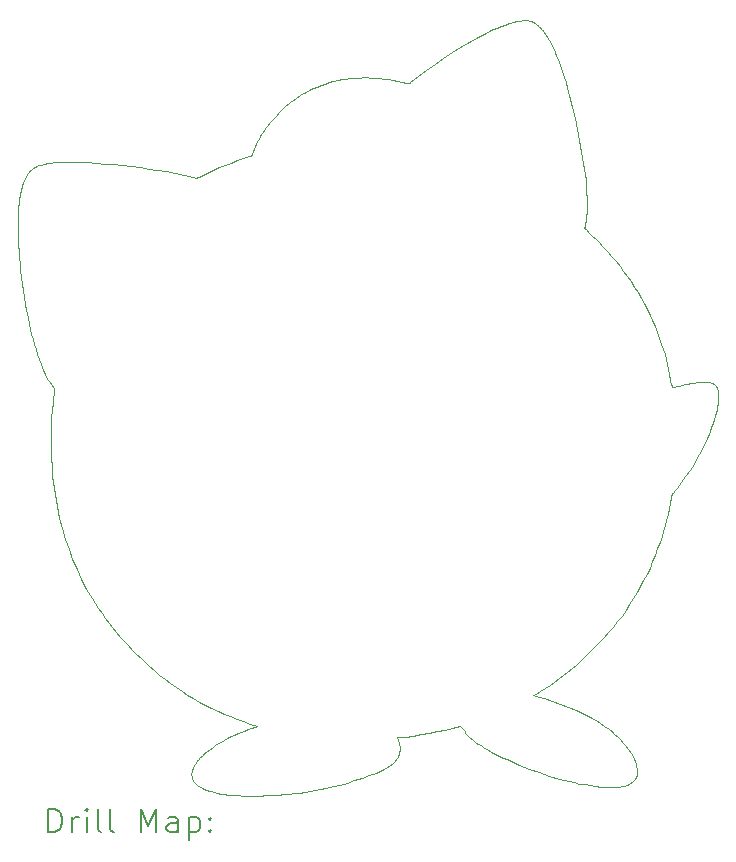
<source format=gbr>
%TF.GenerationSoftware,KiCad,Pcbnew,8.99.0-3458-gcd40f6046b*%
%TF.CreationDate,2025-06-29T19:21:04+05:30*%
%TF.ProjectId,solder,736f6c64-6572-42e6-9b69-6361645f7063,rev?*%
%TF.SameCoordinates,Original*%
%TF.FileFunction,Drillmap*%
%TF.FilePolarity,Positive*%
%FSLAX45Y45*%
G04 Gerber Fmt 4.5, Leading zero omitted, Abs format (unit mm)*
G04 Created by KiCad (PCBNEW 8.99.0-3458-gcd40f6046b) date 2025-06-29 19:21:04*
%MOMM*%
%LPD*%
G01*
G04 APERTURE LIST*
%ADD10C,0.000000*%
%ADD11C,0.200000*%
G04 APERTURE END LIST*
D10*
X21716013Y-5416979D02*
X21722893Y-5417251D01*
X21729686Y-5417791D01*
X21736391Y-5418604D01*
X21743009Y-5419694D01*
X21749541Y-5421066D01*
X21755987Y-5422723D01*
X21762347Y-5424670D01*
X21768621Y-5426911D01*
X21774811Y-5429451D01*
X21780916Y-5432292D01*
X21786937Y-5435440D01*
X21792875Y-5438899D01*
X21798729Y-5442673D01*
X21804500Y-5446766D01*
X21810378Y-5451246D01*
X21816106Y-5455862D01*
X21821688Y-5460610D01*
X21827130Y-5465485D01*
X21832438Y-5470482D01*
X21837616Y-5475596D01*
X21842671Y-5480823D01*
X21847607Y-5486157D01*
X21852431Y-5491595D01*
X21857147Y-5497131D01*
X21861761Y-5502761D01*
X21866278Y-5508479D01*
X21875045Y-5520164D01*
X21883491Y-5532147D01*
X21891802Y-5544532D01*
X21899830Y-5557063D01*
X21915091Y-5582531D01*
X21929378Y-5608496D01*
X21942793Y-5634903D01*
X21955439Y-5661696D01*
X21967421Y-5688820D01*
X21978840Y-5716220D01*
X21989801Y-5743840D01*
X22008385Y-5793415D01*
X22025803Y-5843353D01*
X22042167Y-5893619D01*
X22057587Y-5944177D01*
X22072173Y-5994992D01*
X22086037Y-6046026D01*
X22112038Y-6148613D01*
X22134269Y-6243175D01*
X22154937Y-6338092D01*
X22173973Y-6433375D01*
X22191307Y-6529031D01*
X22207009Y-6625912D01*
X22213999Y-6674465D01*
X22220246Y-6723106D01*
X22225625Y-6771842D01*
X22230010Y-6820682D01*
X22233275Y-6869634D01*
X22235294Y-6918709D01*
X22235996Y-6949856D01*
X22236238Y-6980984D01*
X22235828Y-7012075D01*
X22234576Y-7043111D01*
X22232292Y-7074073D01*
X22230702Y-7089521D01*
X22228783Y-7104943D01*
X22226510Y-7120338D01*
X22223859Y-7135702D01*
X22220807Y-7151035D01*
X22217329Y-7166332D01*
X22217102Y-7167357D01*
X22216921Y-7168348D01*
X22216786Y-7169307D01*
X22216695Y-7170235D01*
X22216647Y-7171134D01*
X22216642Y-7172004D01*
X22216676Y-7172847D01*
X22216751Y-7173664D01*
X22216863Y-7174457D01*
X22217011Y-7175226D01*
X22217196Y-7175973D01*
X22217414Y-7176700D01*
X22217665Y-7177407D01*
X22217948Y-7178096D01*
X22218261Y-7178768D01*
X22218603Y-7179424D01*
X22218972Y-7180066D01*
X22219368Y-7180695D01*
X22219789Y-7181312D01*
X22220234Y-7181919D01*
X22221190Y-7183105D01*
X22222226Y-7184264D01*
X22223331Y-7185407D01*
X22224495Y-7186543D01*
X22226960Y-7188835D01*
X22255717Y-7215289D01*
X22284056Y-7242149D01*
X22311971Y-7269421D01*
X22339451Y-7297113D01*
X22366488Y-7325229D01*
X22393074Y-7353778D01*
X22419200Y-7382765D01*
X22444857Y-7412196D01*
X22479957Y-7454101D01*
X22513927Y-7496646D01*
X22546762Y-7539833D01*
X22578458Y-7583666D01*
X22609010Y-7628146D01*
X22638415Y-7673276D01*
X22666668Y-7719057D01*
X22693766Y-7765493D01*
X22719703Y-7812585D01*
X22744476Y-7860336D01*
X22768081Y-7908749D01*
X22790513Y-7957825D01*
X22811767Y-8007566D01*
X22831841Y-8057976D01*
X22850730Y-8109056D01*
X22868429Y-8160809D01*
X22881769Y-8202823D01*
X22894289Y-8245038D01*
X22905992Y-8287452D01*
X22916884Y-8330066D01*
X22926968Y-8372879D01*
X22936250Y-8415892D01*
X22944732Y-8459105D01*
X22952421Y-8502518D01*
X22953082Y-8506268D01*
X22953441Y-8508144D01*
X22953821Y-8510019D01*
X22954223Y-8511894D01*
X22954648Y-8513769D01*
X22955096Y-8515645D01*
X22955570Y-8517520D01*
X22955698Y-8517733D01*
X22955841Y-8517954D01*
X22956164Y-8518424D01*
X22956924Y-8519476D01*
X22957341Y-8520060D01*
X22957770Y-8520684D01*
X22958202Y-8521350D01*
X22958415Y-8521698D01*
X22958625Y-8522057D01*
X23014859Y-8510019D01*
X23042907Y-8504060D01*
X23070954Y-8498258D01*
X23089759Y-8494582D01*
X23108604Y-8491164D01*
X23127491Y-8488060D01*
X23146427Y-8485328D01*
X23165414Y-8483026D01*
X23184458Y-8481212D01*
X23203563Y-8479942D01*
X23222732Y-8479274D01*
X23229859Y-8479256D01*
X23236999Y-8479461D01*
X23244148Y-8479859D01*
X23251301Y-8480420D01*
X23258454Y-8481116D01*
X23265602Y-8481918D01*
X23279870Y-8483719D01*
X23282682Y-8484145D01*
X23285426Y-8484659D01*
X23288101Y-8485260D01*
X23290708Y-8485945D01*
X23293248Y-8486715D01*
X23295722Y-8487566D01*
X23298130Y-8488500D01*
X23300474Y-8489513D01*
X23302753Y-8490604D01*
X23304969Y-8491774D01*
X23307123Y-8493019D01*
X23309215Y-8494339D01*
X23311246Y-8495733D01*
X23313217Y-8497198D01*
X23316980Y-8500342D01*
X23320511Y-8503758D01*
X23323816Y-8507438D01*
X23326901Y-8511371D01*
X23329771Y-8515546D01*
X23332433Y-8519954D01*
X23334893Y-8524583D01*
X23337156Y-8529424D01*
X23339229Y-8534466D01*
X23341356Y-8540316D01*
X23343232Y-8546197D01*
X23344866Y-8552107D01*
X23346271Y-8558044D01*
X23347455Y-8564007D01*
X23348430Y-8569993D01*
X23349207Y-8576002D01*
X23349797Y-8582030D01*
X23350209Y-8588077D01*
X23350456Y-8594141D01*
X23350547Y-8600219D01*
X23350493Y-8606311D01*
X23349994Y-8618527D01*
X23349044Y-8630775D01*
X23347201Y-8647816D01*
X23344916Y-8664741D01*
X23342211Y-8681553D01*
X23339108Y-8698258D01*
X23335631Y-8714864D01*
X23331801Y-8731375D01*
X23323173Y-8764136D01*
X23313404Y-8796590D01*
X23302672Y-8828781D01*
X23291156Y-8860758D01*
X23279036Y-8892567D01*
X23267342Y-8921711D01*
X23255118Y-8950564D01*
X23242376Y-8979133D01*
X23229131Y-9007423D01*
X23201178Y-9063195D01*
X23171360Y-9117931D01*
X23139781Y-9171681D01*
X23106540Y-9224496D01*
X23071742Y-9276428D01*
X23035487Y-9327528D01*
X23017820Y-9351388D01*
X22999857Y-9375057D01*
X22981652Y-9398553D01*
X22963256Y-9421892D01*
X22961821Y-9423758D01*
X22960466Y-9425640D01*
X22959191Y-9427541D01*
X22957993Y-9429461D01*
X22956870Y-9431402D01*
X22955821Y-9433366D01*
X22954844Y-9435355D01*
X22953937Y-9437368D01*
X22953099Y-9439409D01*
X22952326Y-9441479D01*
X22951619Y-9443579D01*
X22950975Y-9445710D01*
X22950392Y-9447874D01*
X22949869Y-9450073D01*
X22949404Y-9452308D01*
X22948994Y-9454581D01*
X22940560Y-9502730D01*
X22931164Y-9550636D01*
X22920806Y-9598302D01*
X22909487Y-9645728D01*
X22897209Y-9692915D01*
X22883973Y-9739864D01*
X22869780Y-9786577D01*
X22854630Y-9833055D01*
X22834866Y-9889392D01*
X22813774Y-9944954D01*
X22791356Y-9999740D01*
X22767616Y-10053753D01*
X22742555Y-10106994D01*
X22716177Y-10159463D01*
X22688484Y-10211161D01*
X22659479Y-10262090D01*
X22629164Y-10312250D01*
X22597541Y-10361644D01*
X22564614Y-10410271D01*
X22530385Y-10458133D01*
X22494856Y-10505231D01*
X22458030Y-10551566D01*
X22419910Y-10597139D01*
X22380498Y-10641952D01*
X22348502Y-10676818D01*
X22315957Y-10711025D01*
X22282863Y-10744570D01*
X22249218Y-10777452D01*
X22215022Y-10809669D01*
X22180273Y-10841218D01*
X22144969Y-10872099D01*
X22109110Y-10902308D01*
X22072694Y-10931845D01*
X22035720Y-10960707D01*
X21998187Y-10988893D01*
X21960094Y-11016400D01*
X21921439Y-11043226D01*
X21882221Y-11069370D01*
X21842439Y-11094830D01*
X21802092Y-11119604D01*
X21800085Y-11120839D01*
X21798071Y-11122120D01*
X21793885Y-11124871D01*
X21789265Y-11127952D01*
X21783942Y-11131457D01*
X21786673Y-11132338D01*
X21789194Y-11133175D01*
X21793734Y-11134710D01*
X21795819Y-11135407D01*
X21797824Y-11136054D01*
X21799780Y-11136652D01*
X21801722Y-11137199D01*
X21872653Y-11156749D01*
X21942571Y-11178739D01*
X22011463Y-11203189D01*
X22079314Y-11230116D01*
X22146111Y-11259538D01*
X22211838Y-11291476D01*
X22276482Y-11325946D01*
X22340030Y-11362968D01*
X22358463Y-11374462D01*
X22376567Y-11386339D01*
X22394335Y-11398604D01*
X22411762Y-11411261D01*
X22428840Y-11424312D01*
X22445565Y-11437762D01*
X22461930Y-11451615D01*
X22477929Y-11465874D01*
X22493555Y-11480543D01*
X22508803Y-11495627D01*
X22523667Y-11511128D01*
X22538140Y-11527051D01*
X22552217Y-11543399D01*
X22565891Y-11560176D01*
X22579156Y-11577387D01*
X22592006Y-11595034D01*
X22603838Y-11612348D01*
X22609489Y-11621134D01*
X22614939Y-11630013D01*
X22620174Y-11638992D01*
X22625177Y-11648076D01*
X22629930Y-11657271D01*
X22634418Y-11666582D01*
X22638624Y-11676016D01*
X22642531Y-11685579D01*
X22646122Y-11695276D01*
X22649382Y-11705113D01*
X22652294Y-11715096D01*
X22654841Y-11725230D01*
X22657006Y-11735523D01*
X22658773Y-11745979D01*
X22659688Y-11753056D01*
X22660359Y-11760182D01*
X22660805Y-11767342D01*
X22661042Y-11774524D01*
X22661088Y-11781714D01*
X22660961Y-11788901D01*
X22660677Y-11796070D01*
X22660254Y-11803208D01*
X22659923Y-11806626D01*
X22659387Y-11809969D01*
X22658655Y-11813240D01*
X22657740Y-11816440D01*
X22656649Y-11819572D01*
X22655394Y-11822636D01*
X22653984Y-11825635D01*
X22652429Y-11828570D01*
X22650740Y-11831443D01*
X22648927Y-11834257D01*
X22646999Y-11837012D01*
X22644966Y-11839710D01*
X22642839Y-11842354D01*
X22640628Y-11844944D01*
X22638342Y-11847483D01*
X22635992Y-11849973D01*
X22630466Y-11855433D01*
X22624794Y-11860598D01*
X22618975Y-11865472D01*
X22613010Y-11870055D01*
X22606901Y-11874352D01*
X22600648Y-11878364D01*
X22594251Y-11882094D01*
X22587711Y-11885545D01*
X22581029Y-11888719D01*
X22574206Y-11891619D01*
X22567241Y-11894247D01*
X22560137Y-11896607D01*
X22552893Y-11898700D01*
X22545510Y-11900529D01*
X22537990Y-11902097D01*
X22530331Y-11903406D01*
X22508137Y-11906323D01*
X22485936Y-11908375D01*
X22463731Y-11909614D01*
X22441524Y-11910097D01*
X22419316Y-11909875D01*
X22397111Y-11909005D01*
X22374911Y-11907541D01*
X22352717Y-11905535D01*
X22307682Y-11900455D01*
X22262899Y-11894398D01*
X22218363Y-11887389D01*
X22174069Y-11879450D01*
X22130012Y-11870606D01*
X22086189Y-11860881D01*
X21999223Y-11838883D01*
X21913134Y-11813647D01*
X21827885Y-11785364D01*
X21743439Y-11754225D01*
X21659759Y-11720420D01*
X21591198Y-11691002D01*
X21557097Y-11675810D01*
X21523192Y-11660169D01*
X21489538Y-11643986D01*
X21456192Y-11627166D01*
X21423212Y-11609614D01*
X21390652Y-11591237D01*
X21367976Y-11577753D01*
X21345630Y-11563774D01*
X21323695Y-11549214D01*
X21312906Y-11541688D01*
X21302250Y-11533985D01*
X21291735Y-11526092D01*
X21281373Y-11518000D01*
X21271172Y-11509698D01*
X21261143Y-11501174D01*
X21251296Y-11492418D01*
X21241641Y-11483418D01*
X21232188Y-11474165D01*
X21222945Y-11464647D01*
X21215401Y-11456389D01*
X21208061Y-11447874D01*
X21200845Y-11439117D01*
X21193671Y-11430129D01*
X21179125Y-11411516D01*
X21171590Y-11401916D01*
X21163772Y-11392138D01*
X21098679Y-11409252D01*
X21033027Y-11424904D01*
X20966857Y-11439109D01*
X20900208Y-11451880D01*
X20833121Y-11463231D01*
X20765636Y-11473177D01*
X20697792Y-11481732D01*
X20629631Y-11488910D01*
X20632100Y-11495822D01*
X20634611Y-11502554D01*
X20639539Y-11515626D01*
X20641848Y-11522039D01*
X20643982Y-11528419D01*
X20645885Y-11534804D01*
X20646733Y-11538010D01*
X20647503Y-11541231D01*
X20649995Y-11554052D01*
X20650909Y-11560350D01*
X20651606Y-11566575D01*
X20652084Y-11572726D01*
X20652347Y-11578804D01*
X20652394Y-11584808D01*
X20652228Y-11590739D01*
X20651849Y-11596598D01*
X20651258Y-11602384D01*
X20650458Y-11608098D01*
X20649449Y-11613740D01*
X20648232Y-11619310D01*
X20646809Y-11624809D01*
X20645180Y-11630237D01*
X20643348Y-11635594D01*
X20641313Y-11640881D01*
X20639077Y-11646097D01*
X20636640Y-11651244D01*
X20634004Y-11656320D01*
X20631171Y-11661328D01*
X20628142Y-11666266D01*
X20621498Y-11675935D01*
X20614083Y-11685331D01*
X20605907Y-11694456D01*
X20596979Y-11703312D01*
X20587311Y-11711900D01*
X20582659Y-11715736D01*
X20577941Y-11719465D01*
X20573160Y-11723091D01*
X20568317Y-11726616D01*
X20558451Y-11733371D01*
X20548359Y-11739751D01*
X20538054Y-11745775D01*
X20527551Y-11751463D01*
X20516863Y-11756833D01*
X20506004Y-11761906D01*
X20447662Y-11787194D01*
X20388767Y-11810783D01*
X20329335Y-11832711D01*
X20269377Y-11853018D01*
X20208908Y-11871739D01*
X20147939Y-11888915D01*
X20086483Y-11904581D01*
X20024555Y-11918778D01*
X19980462Y-11927958D01*
X19936250Y-11936397D01*
X19891923Y-11944092D01*
X19847484Y-11951039D01*
X19802937Y-11957235D01*
X19758285Y-11962677D01*
X19713530Y-11967361D01*
X19668677Y-11971284D01*
X19618069Y-11974906D01*
X19567392Y-11977755D01*
X19516679Y-11979892D01*
X19465967Y-11981378D01*
X19420517Y-11982028D01*
X19375041Y-11981923D01*
X19329583Y-11981105D01*
X19284185Y-11979619D01*
X19254766Y-11978146D01*
X19225416Y-11976036D01*
X19196153Y-11973205D01*
X19166994Y-11969571D01*
X19137957Y-11965052D01*
X19109059Y-11959564D01*
X19080317Y-11953026D01*
X19051748Y-11945355D01*
X19037534Y-11940987D01*
X19023511Y-11936197D01*
X19009691Y-11930954D01*
X18996082Y-11925225D01*
X18989360Y-11922169D01*
X18982694Y-11918980D01*
X18976086Y-11915654D01*
X18969538Y-11912187D01*
X18963049Y-11908575D01*
X18956622Y-11904814D01*
X18950258Y-11900901D01*
X18943957Y-11896831D01*
X18938502Y-11893039D01*
X18933352Y-11889119D01*
X18928503Y-11885074D01*
X18923951Y-11880911D01*
X18919694Y-11876637D01*
X18915727Y-11872256D01*
X18912046Y-11867776D01*
X18908649Y-11863201D01*
X18905532Y-11858538D01*
X18902690Y-11853793D01*
X18900122Y-11848972D01*
X18897822Y-11844080D01*
X18895788Y-11839124D01*
X18894015Y-11834109D01*
X18892501Y-11829042D01*
X18891242Y-11823928D01*
X18890234Y-11818774D01*
X18889474Y-11813584D01*
X18888958Y-11808366D01*
X18888682Y-11803125D01*
X18888644Y-11797867D01*
X18888838Y-11792598D01*
X18889914Y-11782051D01*
X18891881Y-11771531D01*
X18894710Y-11761085D01*
X18898372Y-11750762D01*
X18902841Y-11740608D01*
X18906731Y-11732892D01*
X18910856Y-11725368D01*
X18915207Y-11718024D01*
X18919770Y-11710853D01*
X18924536Y-11703844D01*
X18929491Y-11696989D01*
X18934626Y-11690278D01*
X18939929Y-11683702D01*
X18945388Y-11677252D01*
X18950992Y-11670919D01*
X18956729Y-11664693D01*
X18962588Y-11658566D01*
X18974627Y-11646569D01*
X18987018Y-11634854D01*
X18998717Y-11624252D01*
X19010611Y-11613936D01*
X19022694Y-11603899D01*
X19034961Y-11594129D01*
X19047405Y-11584620D01*
X19060019Y-11575362D01*
X19085734Y-11557564D01*
X19112057Y-11540664D01*
X19138938Y-11524592D01*
X19166327Y-11509278D01*
X19194174Y-11494651D01*
X19222317Y-11480746D01*
X19250756Y-11467554D01*
X19279476Y-11455041D01*
X19308459Y-11443175D01*
X19337689Y-11431920D01*
X19367151Y-11421243D01*
X19396827Y-11411112D01*
X19426703Y-11401491D01*
X19429094Y-11400743D01*
X19431472Y-11399931D01*
X19432655Y-11399490D01*
X19433832Y-11399020D01*
X19435005Y-11398515D01*
X19436171Y-11397972D01*
X19437331Y-11397385D01*
X19438484Y-11396751D01*
X19439630Y-11396063D01*
X19440767Y-11395319D01*
X19441895Y-11394512D01*
X19443015Y-11393639D01*
X19444124Y-11392695D01*
X19445223Y-11391675D01*
X19384012Y-11372136D01*
X19327897Y-11353394D01*
X19272481Y-11333388D01*
X19217766Y-11312118D01*
X19163753Y-11289582D01*
X19110444Y-11265779D01*
X19057839Y-11240710D01*
X19005939Y-11214372D01*
X18954746Y-11186765D01*
X18904260Y-11157889D01*
X18854483Y-11127742D01*
X18805415Y-11096324D01*
X18757059Y-11063634D01*
X18709414Y-11029670D01*
X18662483Y-10994433D01*
X18616265Y-10957922D01*
X18570762Y-10920135D01*
X18532348Y-10886817D01*
X18494656Y-10852875D01*
X18457691Y-10818304D01*
X18421461Y-10783098D01*
X18385974Y-10747252D01*
X18351236Y-10710760D01*
X18317255Y-10673616D01*
X18284037Y-10635817D01*
X18251589Y-10597355D01*
X18219919Y-10558226D01*
X18189034Y-10518424D01*
X18158940Y-10477944D01*
X18129645Y-10436780D01*
X18101156Y-10394927D01*
X18073479Y-10352380D01*
X18046623Y-10309133D01*
X18000189Y-10228968D01*
X17957201Y-10147394D01*
X17917631Y-10064421D01*
X17881452Y-9980064D01*
X17848637Y-9894335D01*
X17819160Y-9807247D01*
X17792992Y-9718814D01*
X17770107Y-9629048D01*
X17758838Y-9579006D01*
X17748526Y-9528821D01*
X17739196Y-9478488D01*
X17730877Y-9428004D01*
X17723596Y-9377363D01*
X17717379Y-9326562D01*
X17712254Y-9275596D01*
X17708247Y-9224460D01*
X17705455Y-9178605D01*
X17703131Y-9132724D01*
X17701189Y-9086826D01*
X17699542Y-9040918D01*
X17698556Y-8999737D01*
X17698333Y-8958567D01*
X17698813Y-8917410D01*
X17699936Y-8876268D01*
X17701641Y-8835144D01*
X17703866Y-8794039D01*
X17709636Y-8711896D01*
X17711322Y-8692353D01*
X17713223Y-8672826D01*
X17717496Y-8633807D01*
X17726676Y-8555858D01*
X17727003Y-8552478D01*
X17727115Y-8550829D01*
X17727180Y-8549203D01*
X17727192Y-8547601D01*
X17727143Y-8546018D01*
X17727023Y-8544453D01*
X17726826Y-8542905D01*
X17726543Y-8541371D01*
X17726166Y-8539848D01*
X17725688Y-8538336D01*
X17725100Y-8536832D01*
X17724394Y-8535334D01*
X17723562Y-8533840D01*
X17722597Y-8532347D01*
X17721490Y-8530855D01*
X17712687Y-8519352D01*
X17704223Y-8507664D01*
X17696082Y-8495801D01*
X17688249Y-8483770D01*
X17680708Y-8471580D01*
X17673445Y-8459239D01*
X17659688Y-8434141D01*
X17646856Y-8408544D01*
X17634825Y-8382516D01*
X17623474Y-8356125D01*
X17612680Y-8329440D01*
X17596861Y-8287479D01*
X17582255Y-8245168D01*
X17568753Y-8202540D01*
X17556249Y-8159628D01*
X17544635Y-8116464D01*
X17533803Y-8073080D01*
X17523646Y-8029511D01*
X17514056Y-7985787D01*
X17502470Y-7929492D01*
X17491707Y-7873061D01*
X17481712Y-7816504D01*
X17472431Y-7759832D01*
X17463810Y-7703056D01*
X17455794Y-7646187D01*
X17441362Y-7532211D01*
X17435382Y-7478888D01*
X17430067Y-7425524D01*
X17425504Y-7372115D01*
X17421776Y-7318655D01*
X17418969Y-7265138D01*
X17417166Y-7211559D01*
X17416453Y-7157914D01*
X17416915Y-7104195D01*
X17417910Y-7069437D01*
X17419600Y-7034766D01*
X17422124Y-7000202D01*
X17425619Y-6965763D01*
X17430227Y-6931467D01*
X17436084Y-6897333D01*
X17439525Y-6880332D01*
X17443330Y-6863379D01*
X17447517Y-6846475D01*
X17452104Y-6829624D01*
X17457035Y-6813306D01*
X17462486Y-6797219D01*
X17465422Y-6789270D01*
X17468508Y-6781387D01*
X17471748Y-6773573D01*
X17475151Y-6765831D01*
X17478722Y-6758164D01*
X17482467Y-6750575D01*
X17486394Y-6743066D01*
X17490507Y-6735641D01*
X17494815Y-6728301D01*
X17499322Y-6721052D01*
X17504036Y-6713894D01*
X17508963Y-6706831D01*
X17512497Y-6702092D01*
X17516153Y-6697531D01*
X17519932Y-6693146D01*
X17523835Y-6688935D01*
X17527863Y-6684898D01*
X17532016Y-6681033D01*
X17536296Y-6677340D01*
X17540703Y-6673817D01*
X17545238Y-6670464D01*
X17549902Y-6667278D01*
X17554696Y-6664260D01*
X17559620Y-6661408D01*
X17564676Y-6658721D01*
X17569864Y-6656198D01*
X17575184Y-6653837D01*
X17580639Y-6651638D01*
X17593999Y-6646814D01*
X17607472Y-6642524D01*
X17621052Y-6638731D01*
X17634731Y-6635398D01*
X17648501Y-6632485D01*
X17662355Y-6629956D01*
X17676284Y-6627772D01*
X17690282Y-6625894D01*
X17730134Y-6621597D01*
X17770020Y-6618566D01*
X17809932Y-6616696D01*
X17849862Y-6615882D01*
X17889801Y-6616018D01*
X17929739Y-6617000D01*
X17969669Y-6618722D01*
X18009581Y-6621079D01*
X18082155Y-6626149D01*
X18154704Y-6631844D01*
X18227200Y-6638269D01*
X18299617Y-6645527D01*
X18375299Y-6653945D01*
X18450847Y-6663198D01*
X18526233Y-6673452D01*
X18601426Y-6684872D01*
X18676398Y-6697624D01*
X18751119Y-6711876D01*
X18825560Y-6727792D01*
X18899692Y-6745539D01*
X18904509Y-6746670D01*
X18909207Y-6747597D01*
X18913801Y-6748314D01*
X18918303Y-6748821D01*
X18922726Y-6749112D01*
X18927082Y-6749185D01*
X18931384Y-6749037D01*
X18935646Y-6748664D01*
X18939879Y-6748064D01*
X18944097Y-6747232D01*
X18948312Y-6746166D01*
X18952538Y-6744862D01*
X18956785Y-6743317D01*
X18961069Y-6741528D01*
X18965401Y-6739492D01*
X18969794Y-6737205D01*
X19019033Y-6711324D01*
X19068877Y-6686860D01*
X19119308Y-6663781D01*
X19170305Y-6642054D01*
X19221849Y-6621647D01*
X19273920Y-6602526D01*
X19326500Y-6584661D01*
X19379567Y-6568017D01*
X19381447Y-6567437D01*
X19383264Y-6566834D01*
X19385017Y-6566198D01*
X19386705Y-6565518D01*
X19388326Y-6564782D01*
X19389879Y-6563978D01*
X19391363Y-6563096D01*
X19392775Y-6562125D01*
X19393454Y-6561602D01*
X19394114Y-6561053D01*
X19394756Y-6560475D01*
X19395380Y-6559868D01*
X19395984Y-6559230D01*
X19396569Y-6558560D01*
X19397135Y-6557856D01*
X19397681Y-6557117D01*
X19398208Y-6556342D01*
X19398715Y-6555528D01*
X19399202Y-6554676D01*
X19399669Y-6553782D01*
X19400115Y-6552847D01*
X19400541Y-6551868D01*
X19400945Y-6550844D01*
X19401329Y-6549774D01*
X19409311Y-6527509D01*
X19417898Y-6505609D01*
X19427078Y-6484068D01*
X19436837Y-6462878D01*
X19447163Y-6442031D01*
X19458042Y-6421521D01*
X19469462Y-6401338D01*
X19481409Y-6381477D01*
X19493870Y-6361930D01*
X19506833Y-6342689D01*
X19520284Y-6323746D01*
X19534210Y-6305095D01*
X19548599Y-6286727D01*
X19563437Y-6268636D01*
X19578711Y-6250814D01*
X19594409Y-6233253D01*
X19610017Y-6216466D01*
X19625903Y-6200036D01*
X19642073Y-6183971D01*
X19658530Y-6168275D01*
X19675280Y-6152955D01*
X19692326Y-6138018D01*
X19709675Y-6123469D01*
X19727331Y-6109314D01*
X19745297Y-6095559D01*
X19763581Y-6082211D01*
X19782185Y-6069276D01*
X19801114Y-6056759D01*
X19820374Y-6044668D01*
X19839970Y-6033007D01*
X19859905Y-6021783D01*
X19880185Y-6011003D01*
X19914108Y-5994331D01*
X19948501Y-5979101D01*
X19983359Y-5965294D01*
X20018675Y-5952894D01*
X20054442Y-5941883D01*
X20090654Y-5932243D01*
X20127305Y-5923958D01*
X20164387Y-5917010D01*
X20194039Y-5912419D01*
X20223747Y-5908641D01*
X20253507Y-5905661D01*
X20283314Y-5903466D01*
X20313165Y-5902045D01*
X20343056Y-5901383D01*
X20372980Y-5901467D01*
X20402936Y-5902286D01*
X20441516Y-5904290D01*
X20479948Y-5907282D01*
X20518224Y-5911308D01*
X20556335Y-5916419D01*
X20594272Y-5922663D01*
X20632027Y-5930088D01*
X20669591Y-5938745D01*
X20706955Y-5948680D01*
X20709587Y-5949362D01*
X20712108Y-5949880D01*
X20714528Y-5950237D01*
X20716857Y-5950434D01*
X20719104Y-5950472D01*
X20721282Y-5950354D01*
X20723398Y-5950080D01*
X20725465Y-5949653D01*
X20727491Y-5949073D01*
X20729487Y-5948344D01*
X20731463Y-5947466D01*
X20733430Y-5946440D01*
X20735397Y-5945270D01*
X20737375Y-5943955D01*
X20739374Y-5942499D01*
X20741404Y-5940902D01*
X20809219Y-5887017D01*
X20878093Y-5834725D01*
X20948070Y-5784092D01*
X21019193Y-5735181D01*
X21091506Y-5688060D01*
X21165051Y-5642791D01*
X21239872Y-5599442D01*
X21316013Y-5558076D01*
X21347478Y-5541745D01*
X21379115Y-5525805D01*
X21410968Y-5510354D01*
X21443077Y-5495487D01*
X21475486Y-5481302D01*
X21508237Y-5467896D01*
X21541372Y-5455363D01*
X21574934Y-5443803D01*
X21590455Y-5438877D01*
X21606050Y-5434285D01*
X21621735Y-5430087D01*
X21637523Y-5426347D01*
X21653428Y-5423128D01*
X21669464Y-5420492D01*
X21677536Y-5419413D01*
X21685646Y-5418504D01*
X21693796Y-5417772D01*
X21701987Y-5417225D01*
X21709044Y-5416972D01*
X21716013Y-5416979D01*
D11*
X17677230Y-12293512D02*
X17677230Y-12093512D01*
X17677230Y-12093512D02*
X17724849Y-12093512D01*
X17724849Y-12093512D02*
X17753421Y-12103036D01*
X17753421Y-12103036D02*
X17772468Y-12122083D01*
X17772468Y-12122083D02*
X17781992Y-12141131D01*
X17781992Y-12141131D02*
X17791516Y-12179226D01*
X17791516Y-12179226D02*
X17791516Y-12207798D01*
X17791516Y-12207798D02*
X17781992Y-12245893D01*
X17781992Y-12245893D02*
X17772468Y-12264940D01*
X17772468Y-12264940D02*
X17753421Y-12283988D01*
X17753421Y-12283988D02*
X17724849Y-12293512D01*
X17724849Y-12293512D02*
X17677230Y-12293512D01*
X17877230Y-12293512D02*
X17877230Y-12160179D01*
X17877230Y-12198274D02*
X17886754Y-12179226D01*
X17886754Y-12179226D02*
X17896278Y-12169702D01*
X17896278Y-12169702D02*
X17915325Y-12160179D01*
X17915325Y-12160179D02*
X17934373Y-12160179D01*
X18001040Y-12293512D02*
X18001040Y-12160179D01*
X18001040Y-12093512D02*
X17991516Y-12103036D01*
X17991516Y-12103036D02*
X18001040Y-12112560D01*
X18001040Y-12112560D02*
X18010564Y-12103036D01*
X18010564Y-12103036D02*
X18001040Y-12093512D01*
X18001040Y-12093512D02*
X18001040Y-12112560D01*
X18124849Y-12293512D02*
X18105802Y-12283988D01*
X18105802Y-12283988D02*
X18096278Y-12264940D01*
X18096278Y-12264940D02*
X18096278Y-12093512D01*
X18229611Y-12293512D02*
X18210564Y-12283988D01*
X18210564Y-12283988D02*
X18201040Y-12264940D01*
X18201040Y-12264940D02*
X18201040Y-12093512D01*
X18458183Y-12293512D02*
X18458183Y-12093512D01*
X18458183Y-12093512D02*
X18524849Y-12236369D01*
X18524849Y-12236369D02*
X18591516Y-12093512D01*
X18591516Y-12093512D02*
X18591516Y-12293512D01*
X18772468Y-12293512D02*
X18772468Y-12188750D01*
X18772468Y-12188750D02*
X18762945Y-12169702D01*
X18762945Y-12169702D02*
X18743897Y-12160179D01*
X18743897Y-12160179D02*
X18705802Y-12160179D01*
X18705802Y-12160179D02*
X18686754Y-12169702D01*
X18772468Y-12283988D02*
X18753421Y-12293512D01*
X18753421Y-12293512D02*
X18705802Y-12293512D01*
X18705802Y-12293512D02*
X18686754Y-12283988D01*
X18686754Y-12283988D02*
X18677230Y-12264940D01*
X18677230Y-12264940D02*
X18677230Y-12245893D01*
X18677230Y-12245893D02*
X18686754Y-12226845D01*
X18686754Y-12226845D02*
X18705802Y-12217321D01*
X18705802Y-12217321D02*
X18753421Y-12217321D01*
X18753421Y-12217321D02*
X18772468Y-12207798D01*
X18867706Y-12160179D02*
X18867706Y-12360179D01*
X18867706Y-12169702D02*
X18886754Y-12160179D01*
X18886754Y-12160179D02*
X18924849Y-12160179D01*
X18924849Y-12160179D02*
X18943897Y-12169702D01*
X18943897Y-12169702D02*
X18953421Y-12179226D01*
X18953421Y-12179226D02*
X18962945Y-12198274D01*
X18962945Y-12198274D02*
X18962945Y-12255417D01*
X18962945Y-12255417D02*
X18953421Y-12274464D01*
X18953421Y-12274464D02*
X18943897Y-12283988D01*
X18943897Y-12283988D02*
X18924849Y-12293512D01*
X18924849Y-12293512D02*
X18886754Y-12293512D01*
X18886754Y-12293512D02*
X18867706Y-12283988D01*
X19048659Y-12274464D02*
X19058183Y-12283988D01*
X19058183Y-12283988D02*
X19048659Y-12293512D01*
X19048659Y-12293512D02*
X19039135Y-12283988D01*
X19039135Y-12283988D02*
X19048659Y-12274464D01*
X19048659Y-12274464D02*
X19048659Y-12293512D01*
X19048659Y-12169702D02*
X19058183Y-12179226D01*
X19058183Y-12179226D02*
X19048659Y-12188750D01*
X19048659Y-12188750D02*
X19039135Y-12179226D01*
X19039135Y-12179226D02*
X19048659Y-12169702D01*
X19048659Y-12169702D02*
X19048659Y-12188750D01*
M02*

</source>
